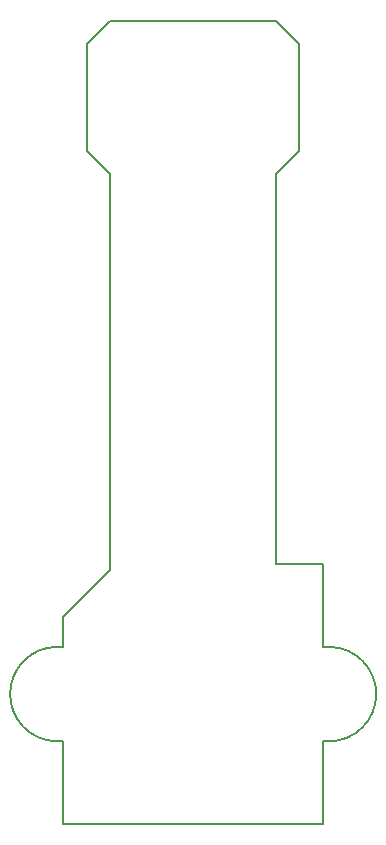
<source format=gbr>
G04 (created by PCBNEW (2013-may-18)-stable) date Пт 28 авг 2015 20:21:17*
%MOIN*%
G04 Gerber Fmt 3.4, Leading zero omitted, Abs format*
%FSLAX34Y34*%
G01*
G70*
G90*
G04 APERTURE LIST*
%ADD10C,0.00393701*%
%ADD11C,0.00590551*%
G04 APERTURE END LIST*
G54D10*
G54D11*
X14365Y-10517D02*
X14365Y-23509D01*
X15152Y-9729D02*
X14365Y-10517D01*
X15152Y-6186D02*
X15152Y-9729D01*
X14365Y-5399D02*
X15152Y-6186D01*
X8853Y-5399D02*
X14365Y-5399D01*
X8066Y-6186D02*
X8853Y-5399D01*
X8066Y-9729D02*
X8066Y-6186D01*
X8853Y-10517D02*
X8066Y-9729D01*
X8853Y-23706D02*
X8853Y-10517D01*
X8853Y-23706D02*
X7278Y-25281D01*
X7278Y-26265D02*
X7278Y-25281D01*
X7081Y-26265D02*
X7278Y-26265D01*
X15940Y-23509D02*
X14365Y-23509D01*
X15940Y-26265D02*
X15940Y-23509D01*
X16176Y-26265D02*
X15940Y-26265D01*
X15940Y-29414D02*
X16137Y-29414D01*
X15940Y-32170D02*
X15940Y-29414D01*
X7278Y-32170D02*
X15940Y-32170D01*
X7278Y-29414D02*
X7278Y-32170D01*
X7042Y-29414D02*
X7278Y-29414D01*
X16137Y-29414D02*
G75*
G03X17711Y-27840I0J1574D01*
G74*
G01*
X17711Y-27878D02*
G75*
G03X16175Y-26265I-1574J38D01*
G74*
G01*
X5507Y-27801D02*
G75*
G03X7043Y-29414I1574J-38D01*
G74*
G01*
X7081Y-26265D02*
G75*
G03X5507Y-27840I0J-1574D01*
G74*
G01*
M02*

</source>
